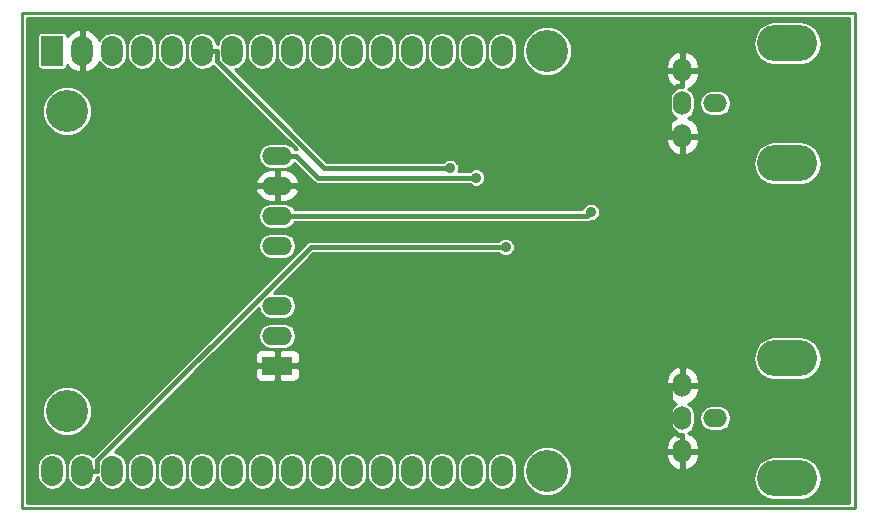
<source format=gtl>
G04 #@! TF.GenerationSoftware,KiCad,Pcbnew,6.0.0-rc1-unknown-d4e4359~66~ubuntu18.04.1*
G04 #@! TF.CreationDate,2018-09-17T12:26:01-04:00*
G04 #@! TF.ProjectId,dac_controller_3x2,6461635F636F6E74726F6C6C65725F33,1.0*
G04 #@! TF.SameCoordinates,Original*
G04 #@! TF.FileFunction,Copper,L1,Top,Signal*
G04 #@! TF.FilePolarity,Positive*
%FSLAX46Y46*%
G04 Gerber Fmt 4.6, Leading zero omitted, Abs format (unit mm)*
G04 Created by KiCad (PCBNEW 6.0.0-rc1-unknown-d4e4359~66~ubuntu18.04.1) date Mon Sep 17 12:26:01 2018*
%MOMM*%
%LPD*%
G01*
G04 APERTURE LIST*
G04 #@! TA.AperFunction,NonConductor*
%ADD10C,0.228600*%
G04 #@! TD*
G04 #@! TA.AperFunction,ComponentPad*
%ADD11C,3.556000*%
G04 #@! TD*
G04 #@! TA.AperFunction,ComponentPad*
%ADD12O,1.854200X2.540000*%
G04 #@! TD*
G04 #@! TA.AperFunction,ComponentPad*
%ADD13R,1.854200X2.540000*%
G04 #@! TD*
G04 #@! TA.AperFunction,ComponentPad*
%ADD14O,5.080000X3.048000*%
G04 #@! TD*
G04 #@! TA.AperFunction,ComponentPad*
%ADD15O,2.032000X1.524000*%
G04 #@! TD*
G04 #@! TA.AperFunction,ComponentPad*
%ADD16O,1.524000X2.032000*%
G04 #@! TD*
G04 #@! TA.AperFunction,ComponentPad*
%ADD17O,2.540000X1.524000*%
G04 #@! TD*
G04 #@! TA.AperFunction,ComponentPad*
%ADD18R,2.540000X1.524000*%
G04 #@! TD*
G04 #@! TA.AperFunction,ViaPad*
%ADD19C,0.889000*%
G04 #@! TD*
G04 #@! TA.AperFunction,Conductor*
%ADD20C,0.406400*%
G04 #@! TD*
G04 #@! TA.AperFunction,Conductor*
%ADD21C,0.254000*%
G04 #@! TD*
G04 APERTURE END LIST*
D10*
X156210000Y-67945000D02*
X85725000Y-67945000D01*
X156210000Y-109855000D02*
X156210000Y-67945000D01*
X85725000Y-109855000D02*
X156210000Y-109855000D01*
X85725000Y-67945000D02*
X85725000Y-109855000D01*
D11*
G04 #@! TO.P,MDB1,*
G04 #@! TO.N,*
X130175000Y-71120000D03*
X130175000Y-106680000D03*
X89535000Y-101600000D03*
X89535000Y-76200000D03*
D12*
G04 #@! TO.P,MDB1,AREF*
G04 #@! TO.N,N/C*
X88265000Y-106680000D03*
G04 #@! TO.P,MDB1,VEE*
G04 #@! TO.N,VEE*
X90805000Y-106680000D03*
G04 #@! TO.P,MDB1,AGND*
G04 #@! TO.N,N/C*
X93345000Y-106680000D03*
G04 #@! TO.P,MDB1,3V3*
X95885000Y-106680000D03*
G04 #@! TO.P,MDB1,23*
X98425000Y-106680000D03*
G04 #@! TO.P,MDB1,22*
X100965000Y-106680000D03*
G04 #@! TO.P,MDB1,21*
X103505000Y-106680000D03*
G04 #@! TO.P,MDB1,20*
X106045000Y-106680000D03*
G04 #@! TO.P,MDB1,19*
X108585000Y-106680000D03*
G04 #@! TO.P,MDB1,18*
X111125000Y-106680000D03*
G04 #@! TO.P,MDB1,17*
X113665000Y-106680000D03*
G04 #@! TO.P,MDB1,16*
X116205000Y-106680000D03*
G04 #@! TO.P,MDB1,15*
X118745000Y-106680000D03*
G04 #@! TO.P,MDB1,14*
X121285000Y-106680000D03*
G04 #@! TO.P,MDB1,13*
G04 #@! TO.N,/SCK*
X123825000Y-106680000D03*
G04 #@! TO.P,MDB1,DAC*
G04 #@! TO.N,N/C*
X126365000Y-106680000D03*
G04 #@! TO.P,MDB1,28*
X126365000Y-71120000D03*
G04 #@! TO.P,MDB1,12*
G04 #@! TO.N,/MISO*
X123825000Y-71120000D03*
G04 #@! TO.P,MDB1,11*
G04 #@! TO.N,/MOSI*
X121285000Y-71120000D03*
G04 #@! TO.P,MDB1,10*
G04 #@! TO.N,/CS*
X118745000Y-71120000D03*
G04 #@! TO.P,MDB1,9*
G04 #@! TO.N,N/C*
X116205000Y-71120000D03*
G04 #@! TO.P,MDB1,29*
X113665000Y-71120000D03*
G04 #@! TO.P,MDB1,30*
X111125000Y-71120000D03*
G04 #@! TO.P,MDB1,6*
X108585000Y-71120000D03*
G04 #@! TO.P,MDB1,5*
X106045000Y-71120000D03*
G04 #@! TO.P,MDB1,4*
G04 #@! TO.N,/CLR*
X103505000Y-71120000D03*
G04 #@! TO.P,MDB1,3*
G04 #@! TO.N,/LDAC*
X100965000Y-71120000D03*
G04 #@! TO.P,MDB1,2*
G04 #@! TO.N,N/C*
X98425000Y-71120000D03*
G04 #@! TO.P,MDB1,25*
X95885000Y-71120000D03*
D13*
G04 #@! TO.P,MDB1,VDD*
G04 #@! TO.N,VDD*
X88265000Y-71120000D03*
D12*
G04 #@! TO.P,MDB1,24*
G04 #@! TO.N,N/C*
X93345000Y-71120000D03*
G04 #@! TO.P,MDB1,GND*
G04 #@! TO.N,GND*
X90805000Y-71120000D03*
G04 #@! TD*
D14*
G04 #@! TO.P,P1,*
G04 #@! TO.N,*
X150495000Y-97155000D03*
X150495000Y-107315000D03*
D15*
G04 #@! TO.P,P1,1*
G04 #@! TO.N,/dac_3x2/DAC_0*
X144399000Y-102235000D03*
D16*
G04 #@! TO.P,P1,3*
G04 #@! TO.N,/dac_3x2/DAC_1*
X141605000Y-102235000D03*
G04 #@! TO.P,P1,2*
G04 #@! TO.N,GND*
X141605000Y-105029000D03*
G04 #@! TO.P,P1,4*
X141605000Y-99441000D03*
G04 #@! TD*
G04 #@! TO.P,P2,4*
G04 #@! TO.N,GND*
X141605000Y-72771000D03*
G04 #@! TO.P,P2,2*
X141605000Y-78359000D03*
G04 #@! TO.P,P2,3*
G04 #@! TO.N,/dac_3x2/DAC_3*
X141605000Y-75565000D03*
D15*
G04 #@! TO.P,P2,1*
G04 #@! TO.N,/dac_3x2/DAC_2*
X144399000Y-75565000D03*
D14*
G04 #@! TO.P,P2,*
G04 #@! TO.N,*
X150495000Y-80645000D03*
X150495000Y-70485000D03*
G04 #@! TD*
D17*
G04 #@! TO.P,REG1,2*
G04 #@! TO.N,VDD*
X107315000Y-95250000D03*
G04 #@! TO.P,REG1,3*
G04 #@! TO.N,N/C*
X107315000Y-92710000D03*
D18*
G04 #@! TO.P,REG1,1*
G04 #@! TO.N,GND*
X107315000Y-97790000D03*
D17*
G04 #@! TO.P,REG1,5*
G04 #@! TO.N,N/C*
X107315000Y-87630000D03*
G04 #@! TO.P,REG1,6*
G04 #@! TO.N,VDDA*
X107315000Y-85090000D03*
G04 #@! TO.P,REG1,7*
G04 #@! TO.N,GND*
X107315000Y-82550000D03*
G04 #@! TO.P,REG1,8*
G04 #@! TO.N,VSSA*
X107315000Y-80010000D03*
G04 #@! TD*
D19*
G04 #@! TO.N,GND*
X128048100Y-83247000D03*
G04 #@! TO.N,VEE*
X126650500Y-87731300D03*
G04 #@! TO.N,VDDA*
X133882700Y-84763500D03*
G04 #@! TO.N,VSSA*
X124168600Y-81866700D03*
G04 #@! TO.N,/LDAC*
X121920000Y-81070700D03*
G04 #@! TD*
D20*
G04 #@! TO.N,GND*
X107315000Y-82550000D02*
X108915200Y-82550000D01*
X108915200Y-82550000D02*
X109612200Y-83247000D01*
X109612200Y-83247000D02*
X128048100Y-83247000D01*
X141605000Y-73025000D02*
X141605000Y-74117200D01*
X141605000Y-74117200D02*
X141195300Y-74117200D01*
X141195300Y-74117200D02*
X140512800Y-74799700D01*
X140512800Y-74799700D02*
X140512800Y-78105000D01*
X141605000Y-78105000D02*
X140512800Y-78105000D01*
X135370800Y-83247000D02*
X140512800Y-78105000D01*
X135370800Y-83247000D02*
X135370800Y-94553000D01*
X135370800Y-94553000D02*
X140512800Y-99695000D01*
X128048100Y-83247000D02*
X135370800Y-83247000D01*
X141605000Y-104775000D02*
X141605000Y-103682800D01*
X140537800Y-99695000D02*
X140537800Y-102955100D01*
X140537800Y-102955100D02*
X141265500Y-103682800D01*
X141265500Y-103682800D02*
X141605000Y-103682800D01*
X140537800Y-99695000D02*
X140512800Y-99695000D01*
X140652500Y-99695000D02*
X140537800Y-99695000D01*
X141605000Y-99695000D02*
X140652500Y-99695000D01*
G04 #@! TO.N,VEE*
X90805000Y-106680000D02*
X92062300Y-106680000D01*
X126650500Y-87731300D02*
X110147100Y-87731300D01*
X110147100Y-87731300D02*
X92062300Y-105816100D01*
X92062300Y-105816100D02*
X92062300Y-106680000D01*
G04 #@! TO.N,VDDA*
X107315000Y-85090000D02*
X133556200Y-85090000D01*
X133556200Y-85090000D02*
X133882700Y-84763500D01*
G04 #@! TO.N,VSSA*
X107315000Y-80010000D02*
X108915200Y-80010000D01*
X108915200Y-80010000D02*
X110771900Y-81866700D01*
X110771900Y-81866700D02*
X124168600Y-81866700D01*
G04 #@! TO.N,/LDAC*
X100965000Y-71120000D02*
X102222300Y-71120000D01*
X121920000Y-81070700D02*
X111309100Y-81070700D01*
X111309100Y-81070700D02*
X102222300Y-71983900D01*
X102222300Y-71983900D02*
X102222300Y-71120000D01*
G04 #@! TD*
D21*
G04 #@! TO.N,GND*
G36*
X155765500Y-109410500D02*
X86169500Y-109410500D01*
X86169500Y-106213272D01*
X87007700Y-106213272D01*
X87007700Y-107146729D01*
X87080650Y-107513474D01*
X87358539Y-107929362D01*
X87774427Y-108207250D01*
X88265000Y-108304831D01*
X88755574Y-108207250D01*
X89171462Y-107929362D01*
X89449350Y-107513474D01*
X89522300Y-107146728D01*
X89522300Y-106213272D01*
X89547700Y-106213272D01*
X89547700Y-107146729D01*
X89620650Y-107513474D01*
X89898539Y-107929362D01*
X90314427Y-108207250D01*
X90805000Y-108304831D01*
X91295574Y-108207250D01*
X91711462Y-107929362D01*
X91989350Y-107513474D01*
X92047544Y-107220914D01*
X92062300Y-107223849D01*
X92101490Y-107216054D01*
X92160650Y-107513474D01*
X92438539Y-107929362D01*
X92854427Y-108207250D01*
X93345000Y-108304831D01*
X93835574Y-108207250D01*
X94251462Y-107929362D01*
X94529350Y-107513474D01*
X94602300Y-107146728D01*
X94602300Y-106213272D01*
X94627700Y-106213272D01*
X94627700Y-107146729D01*
X94700650Y-107513474D01*
X94978539Y-107929362D01*
X95394427Y-108207250D01*
X95885000Y-108304831D01*
X96375574Y-108207250D01*
X96791462Y-107929362D01*
X97069350Y-107513474D01*
X97142300Y-107146728D01*
X97142300Y-106213272D01*
X97167700Y-106213272D01*
X97167700Y-107146729D01*
X97240650Y-107513474D01*
X97518539Y-107929362D01*
X97934427Y-108207250D01*
X98425000Y-108304831D01*
X98915574Y-108207250D01*
X99331462Y-107929362D01*
X99609350Y-107513474D01*
X99682300Y-107146728D01*
X99682300Y-106213272D01*
X99707700Y-106213272D01*
X99707700Y-107146729D01*
X99780650Y-107513474D01*
X100058539Y-107929362D01*
X100474427Y-108207250D01*
X100965000Y-108304831D01*
X101455574Y-108207250D01*
X101871462Y-107929362D01*
X102149350Y-107513474D01*
X102222300Y-107146728D01*
X102222300Y-106213272D01*
X102247700Y-106213272D01*
X102247700Y-107146729D01*
X102320650Y-107513474D01*
X102598539Y-107929362D01*
X103014427Y-108207250D01*
X103505000Y-108304831D01*
X103995574Y-108207250D01*
X104411462Y-107929362D01*
X104689350Y-107513474D01*
X104762300Y-107146728D01*
X104762300Y-106213272D01*
X104787700Y-106213272D01*
X104787700Y-107146729D01*
X104860650Y-107513474D01*
X105138539Y-107929362D01*
X105554427Y-108207250D01*
X106045000Y-108304831D01*
X106535574Y-108207250D01*
X106951462Y-107929362D01*
X107229350Y-107513474D01*
X107302300Y-107146728D01*
X107302300Y-106213272D01*
X107327700Y-106213272D01*
X107327700Y-107146729D01*
X107400650Y-107513474D01*
X107678539Y-107929362D01*
X108094427Y-108207250D01*
X108585000Y-108304831D01*
X109075574Y-108207250D01*
X109491462Y-107929362D01*
X109769350Y-107513474D01*
X109842300Y-107146728D01*
X109842300Y-106213272D01*
X109867700Y-106213272D01*
X109867700Y-107146729D01*
X109940650Y-107513474D01*
X110218539Y-107929362D01*
X110634427Y-108207250D01*
X111125000Y-108304831D01*
X111615574Y-108207250D01*
X112031462Y-107929362D01*
X112309350Y-107513474D01*
X112382300Y-107146728D01*
X112382300Y-106213272D01*
X112407700Y-106213272D01*
X112407700Y-107146729D01*
X112480650Y-107513474D01*
X112758539Y-107929362D01*
X113174427Y-108207250D01*
X113665000Y-108304831D01*
X114155574Y-108207250D01*
X114571462Y-107929362D01*
X114849350Y-107513474D01*
X114922300Y-107146728D01*
X114922300Y-106213272D01*
X114947700Y-106213272D01*
X114947700Y-107146729D01*
X115020650Y-107513474D01*
X115298539Y-107929362D01*
X115714427Y-108207250D01*
X116205000Y-108304831D01*
X116695574Y-108207250D01*
X117111462Y-107929362D01*
X117389350Y-107513474D01*
X117462300Y-107146728D01*
X117462300Y-106213272D01*
X117487700Y-106213272D01*
X117487700Y-107146729D01*
X117560650Y-107513474D01*
X117838539Y-107929362D01*
X118254427Y-108207250D01*
X118745000Y-108304831D01*
X119235574Y-108207250D01*
X119651462Y-107929362D01*
X119929350Y-107513474D01*
X120002300Y-107146728D01*
X120002300Y-106213272D01*
X120027700Y-106213272D01*
X120027700Y-107146729D01*
X120100650Y-107513474D01*
X120378539Y-107929362D01*
X120794427Y-108207250D01*
X121285000Y-108304831D01*
X121775574Y-108207250D01*
X122191462Y-107929362D01*
X122469350Y-107513474D01*
X122542300Y-107146728D01*
X122542300Y-106213272D01*
X122567700Y-106213272D01*
X122567700Y-107146729D01*
X122640650Y-107513474D01*
X122918539Y-107929362D01*
X123334427Y-108207250D01*
X123825000Y-108304831D01*
X124315574Y-108207250D01*
X124731462Y-107929362D01*
X125009350Y-107513474D01*
X125082300Y-107146728D01*
X125082300Y-106213272D01*
X125107700Y-106213272D01*
X125107700Y-107146729D01*
X125180650Y-107513474D01*
X125458539Y-107929362D01*
X125874427Y-108207250D01*
X126365000Y-108304831D01*
X126855574Y-108207250D01*
X127271462Y-107929362D01*
X127549350Y-107513474D01*
X127622300Y-107146728D01*
X127622300Y-106260653D01*
X128066800Y-106260653D01*
X128066800Y-107099347D01*
X128387754Y-107874199D01*
X128980801Y-108467246D01*
X129755653Y-108788200D01*
X130594347Y-108788200D01*
X131369199Y-108467246D01*
X131962246Y-107874199D01*
X132193873Y-107315000D01*
X147588475Y-107315000D01*
X147732383Y-108038473D01*
X148142197Y-108651803D01*
X148755527Y-109061617D01*
X149296382Y-109169200D01*
X151693618Y-109169200D01*
X152234473Y-109061617D01*
X152847803Y-108651803D01*
X153257617Y-108038473D01*
X153401525Y-107315000D01*
X153257617Y-106591527D01*
X152847803Y-105978197D01*
X152234473Y-105568383D01*
X151693618Y-105460800D01*
X149296382Y-105460800D01*
X148755527Y-105568383D01*
X148142197Y-105978197D01*
X147732383Y-106591527D01*
X147588475Y-107315000D01*
X132193873Y-107315000D01*
X132283200Y-107099347D01*
X132283200Y-106260653D01*
X131962246Y-105485801D01*
X131632445Y-105156000D01*
X140208000Y-105156000D01*
X140208000Y-105410000D01*
X140362941Y-105934941D01*
X140706974Y-106360630D01*
X141187723Y-106622260D01*
X141261930Y-106637220D01*
X141478000Y-106514720D01*
X141478000Y-105156000D01*
X141732000Y-105156000D01*
X141732000Y-106514720D01*
X141948070Y-106637220D01*
X142022277Y-106622260D01*
X142503026Y-106360630D01*
X142847059Y-105934941D01*
X143002000Y-105410000D01*
X143002000Y-105156000D01*
X141732000Y-105156000D01*
X141478000Y-105156000D01*
X140208000Y-105156000D01*
X131632445Y-105156000D01*
X131369199Y-104892754D01*
X130594347Y-104571800D01*
X129755653Y-104571800D01*
X128980801Y-104892754D01*
X128387754Y-105485801D01*
X128066800Y-106260653D01*
X127622300Y-106260653D01*
X127622300Y-106213271D01*
X127549350Y-105846526D01*
X127271462Y-105430638D01*
X126855573Y-105152750D01*
X126365000Y-105055169D01*
X125874426Y-105152750D01*
X125458538Y-105430638D01*
X125180650Y-105846527D01*
X125107700Y-106213272D01*
X125082300Y-106213272D01*
X125082300Y-106213271D01*
X125009350Y-105846526D01*
X124731462Y-105430638D01*
X124315573Y-105152750D01*
X123825000Y-105055169D01*
X123334426Y-105152750D01*
X122918538Y-105430638D01*
X122640650Y-105846527D01*
X122567700Y-106213272D01*
X122542300Y-106213272D01*
X122542300Y-106213271D01*
X122469350Y-105846526D01*
X122191462Y-105430638D01*
X121775573Y-105152750D01*
X121285000Y-105055169D01*
X120794426Y-105152750D01*
X120378538Y-105430638D01*
X120100650Y-105846527D01*
X120027700Y-106213272D01*
X120002300Y-106213272D01*
X120002300Y-106213271D01*
X119929350Y-105846526D01*
X119651462Y-105430638D01*
X119235573Y-105152750D01*
X118745000Y-105055169D01*
X118254426Y-105152750D01*
X117838538Y-105430638D01*
X117560650Y-105846527D01*
X117487700Y-106213272D01*
X117462300Y-106213272D01*
X117462300Y-106213271D01*
X117389350Y-105846526D01*
X117111462Y-105430638D01*
X116695573Y-105152750D01*
X116205000Y-105055169D01*
X115714426Y-105152750D01*
X115298538Y-105430638D01*
X115020650Y-105846527D01*
X114947700Y-106213272D01*
X114922300Y-106213272D01*
X114922300Y-106213271D01*
X114849350Y-105846526D01*
X114571462Y-105430638D01*
X114155573Y-105152750D01*
X113665000Y-105055169D01*
X113174426Y-105152750D01*
X112758538Y-105430638D01*
X112480650Y-105846527D01*
X112407700Y-106213272D01*
X112382300Y-106213272D01*
X112382300Y-106213271D01*
X112309350Y-105846526D01*
X112031462Y-105430638D01*
X111615573Y-105152750D01*
X111125000Y-105055169D01*
X110634426Y-105152750D01*
X110218538Y-105430638D01*
X109940650Y-105846527D01*
X109867700Y-106213272D01*
X109842300Y-106213272D01*
X109842300Y-106213271D01*
X109769350Y-105846526D01*
X109491462Y-105430638D01*
X109075573Y-105152750D01*
X108585000Y-105055169D01*
X108094426Y-105152750D01*
X107678538Y-105430638D01*
X107400650Y-105846527D01*
X107327700Y-106213272D01*
X107302300Y-106213272D01*
X107302300Y-106213271D01*
X107229350Y-105846526D01*
X106951462Y-105430638D01*
X106535573Y-105152750D01*
X106045000Y-105055169D01*
X105554426Y-105152750D01*
X105138538Y-105430638D01*
X104860650Y-105846527D01*
X104787700Y-106213272D01*
X104762300Y-106213272D01*
X104762300Y-106213271D01*
X104689350Y-105846526D01*
X104411462Y-105430638D01*
X103995573Y-105152750D01*
X103505000Y-105055169D01*
X103014426Y-105152750D01*
X102598538Y-105430638D01*
X102320650Y-105846527D01*
X102247700Y-106213272D01*
X102222300Y-106213272D01*
X102222300Y-106213271D01*
X102149350Y-105846526D01*
X101871462Y-105430638D01*
X101455573Y-105152750D01*
X100965000Y-105055169D01*
X100474426Y-105152750D01*
X100058538Y-105430638D01*
X99780650Y-105846527D01*
X99707700Y-106213272D01*
X99682300Y-106213272D01*
X99682300Y-106213271D01*
X99609350Y-105846526D01*
X99331462Y-105430638D01*
X98915573Y-105152750D01*
X98425000Y-105055169D01*
X97934426Y-105152750D01*
X97518538Y-105430638D01*
X97240650Y-105846527D01*
X97167700Y-106213272D01*
X97142300Y-106213272D01*
X97142300Y-106213271D01*
X97069350Y-105846526D01*
X96791462Y-105430638D01*
X96375573Y-105152750D01*
X95885000Y-105055169D01*
X95394426Y-105152750D01*
X94978538Y-105430638D01*
X94700650Y-105846527D01*
X94627700Y-106213272D01*
X94602300Y-106213272D01*
X94602300Y-106213271D01*
X94529350Y-105846526D01*
X94251462Y-105430638D01*
X93835573Y-105152750D01*
X93538985Y-105093755D01*
X99064740Y-99568000D01*
X140208000Y-99568000D01*
X140208000Y-99822000D01*
X140362941Y-100346941D01*
X140706974Y-100772630D01*
X141115122Y-100994750D01*
X140817569Y-101193568D01*
X140576171Y-101554845D01*
X140512800Y-101873431D01*
X140512800Y-102596568D01*
X140576171Y-102915154D01*
X140817568Y-103276432D01*
X141115122Y-103475251D01*
X140706974Y-103697370D01*
X140362941Y-104123059D01*
X140208000Y-104648000D01*
X140208000Y-104902000D01*
X141478000Y-104902000D01*
X141478000Y-104882000D01*
X141732000Y-104882000D01*
X141732000Y-104902000D01*
X143002000Y-104902000D01*
X143002000Y-104648000D01*
X142847059Y-104123059D01*
X142503026Y-103697370D01*
X142094878Y-103475250D01*
X142392432Y-103276432D01*
X142633829Y-102915155D01*
X142697200Y-102596569D01*
X142697200Y-102235000D01*
X143031403Y-102235000D01*
X143116171Y-102661155D01*
X143357568Y-103022432D01*
X143718845Y-103263829D01*
X144037431Y-103327200D01*
X144760569Y-103327200D01*
X145079155Y-103263829D01*
X145440432Y-103022432D01*
X145681829Y-102661155D01*
X145766597Y-102235000D01*
X145681829Y-101808845D01*
X145440432Y-101447568D01*
X145079155Y-101206171D01*
X144760569Y-101142800D01*
X144037431Y-101142800D01*
X143718845Y-101206171D01*
X143357568Y-101447568D01*
X143116171Y-101808845D01*
X143031403Y-102235000D01*
X142697200Y-102235000D01*
X142697200Y-101873432D01*
X142633829Y-101554846D01*
X142392432Y-101193568D01*
X142094878Y-100994749D01*
X142503026Y-100772630D01*
X142847059Y-100346941D01*
X143002000Y-99822000D01*
X143002000Y-99568000D01*
X141732000Y-99568000D01*
X141732000Y-99588000D01*
X141478000Y-99588000D01*
X141478000Y-99568000D01*
X140208000Y-99568000D01*
X99064740Y-99568000D01*
X100556991Y-98075750D01*
X105410000Y-98075750D01*
X105410000Y-98678309D01*
X105506673Y-98911698D01*
X105685301Y-99090327D01*
X105918690Y-99187000D01*
X107029250Y-99187000D01*
X107188000Y-99028250D01*
X107188000Y-97917000D01*
X107442000Y-97917000D01*
X107442000Y-99028250D01*
X107600750Y-99187000D01*
X108711310Y-99187000D01*
X108944699Y-99090327D01*
X108975025Y-99060000D01*
X140208000Y-99060000D01*
X140208000Y-99314000D01*
X141478000Y-99314000D01*
X141478000Y-97955280D01*
X141732000Y-97955280D01*
X141732000Y-99314000D01*
X143002000Y-99314000D01*
X143002000Y-99060000D01*
X142847059Y-98535059D01*
X142503026Y-98109370D01*
X142022277Y-97847740D01*
X141948070Y-97832780D01*
X141732000Y-97955280D01*
X141478000Y-97955280D01*
X141261930Y-97832780D01*
X141187723Y-97847740D01*
X140706974Y-98109370D01*
X140362941Y-98535059D01*
X140208000Y-99060000D01*
X108975025Y-99060000D01*
X109123327Y-98911698D01*
X109220000Y-98678309D01*
X109220000Y-98075750D01*
X109061250Y-97917000D01*
X107442000Y-97917000D01*
X107188000Y-97917000D01*
X105568750Y-97917000D01*
X105410000Y-98075750D01*
X100556991Y-98075750D01*
X101731050Y-96901691D01*
X105410000Y-96901691D01*
X105410000Y-97504250D01*
X105568750Y-97663000D01*
X107188000Y-97663000D01*
X107188000Y-96551750D01*
X107442000Y-96551750D01*
X107442000Y-97663000D01*
X109061250Y-97663000D01*
X109220000Y-97504250D01*
X109220000Y-97155000D01*
X147588475Y-97155000D01*
X147732383Y-97878473D01*
X148142197Y-98491803D01*
X148755527Y-98901617D01*
X149296382Y-99009200D01*
X151693618Y-99009200D01*
X152234473Y-98901617D01*
X152847803Y-98491803D01*
X153257617Y-97878473D01*
X153401525Y-97155000D01*
X153257617Y-96431527D01*
X152847803Y-95818197D01*
X152234473Y-95408383D01*
X151693618Y-95300800D01*
X149296382Y-95300800D01*
X148755527Y-95408383D01*
X148142197Y-95818197D01*
X147732383Y-96431527D01*
X147588475Y-97155000D01*
X109220000Y-97155000D01*
X109220000Y-96901691D01*
X109123327Y-96668302D01*
X108944699Y-96489673D01*
X108711310Y-96393000D01*
X107600750Y-96393000D01*
X107442000Y-96551750D01*
X107188000Y-96551750D01*
X107029250Y-96393000D01*
X105918690Y-96393000D01*
X105685301Y-96489673D01*
X105506673Y-96668302D01*
X105410000Y-96901691D01*
X101731050Y-96901691D01*
X103382741Y-95250000D01*
X105693403Y-95250000D01*
X105778171Y-95676155D01*
X106019568Y-96037432D01*
X106380845Y-96278829D01*
X106699431Y-96342200D01*
X107930569Y-96342200D01*
X108249155Y-96278829D01*
X108610432Y-96037432D01*
X108851829Y-95676155D01*
X108936597Y-95250000D01*
X108851829Y-94823845D01*
X108610432Y-94462568D01*
X108249155Y-94221171D01*
X107930569Y-94157800D01*
X106699431Y-94157800D01*
X106380845Y-94221171D01*
X106019568Y-94462568D01*
X105778171Y-94823845D01*
X105693403Y-95250000D01*
X103382741Y-95250000D01*
X105731453Y-92901289D01*
X105778171Y-93136155D01*
X106019568Y-93497432D01*
X106380845Y-93738829D01*
X106699431Y-93802200D01*
X107930569Y-93802200D01*
X108249155Y-93738829D01*
X108610432Y-93497432D01*
X108851829Y-93136155D01*
X108936597Y-92710000D01*
X108851829Y-92283845D01*
X108610432Y-91922568D01*
X108249155Y-91681171D01*
X107930569Y-91617800D01*
X107014942Y-91617800D01*
X110368042Y-88264700D01*
X126088309Y-88264700D01*
X126211668Y-88388059D01*
X126496403Y-88506000D01*
X126804597Y-88506000D01*
X127089332Y-88388059D01*
X127307259Y-88170132D01*
X127425200Y-87885397D01*
X127425200Y-87577203D01*
X127307259Y-87292468D01*
X127089332Y-87074541D01*
X126804597Y-86956600D01*
X126496403Y-86956600D01*
X126211668Y-87074541D01*
X126088309Y-87197900D01*
X110199625Y-87197900D01*
X110147099Y-87187452D01*
X110094573Y-87197900D01*
X110094569Y-87197900D01*
X109938978Y-87228849D01*
X109938976Y-87228850D01*
X109938977Y-87228850D01*
X109807073Y-87316985D01*
X109807071Y-87316987D01*
X109762541Y-87346741D01*
X109732787Y-87391271D01*
X91722277Y-105401783D01*
X91695277Y-105419824D01*
X91295573Y-105152750D01*
X90805000Y-105055169D01*
X90314426Y-105152750D01*
X89898538Y-105430638D01*
X89620650Y-105846527D01*
X89547700Y-106213272D01*
X89522300Y-106213272D01*
X89522300Y-106213271D01*
X89449350Y-105846526D01*
X89171462Y-105430638D01*
X88755573Y-105152750D01*
X88265000Y-105055169D01*
X87774426Y-105152750D01*
X87358538Y-105430638D01*
X87080650Y-105846527D01*
X87007700Y-106213272D01*
X86169500Y-106213272D01*
X86169500Y-101180653D01*
X87426800Y-101180653D01*
X87426800Y-102019347D01*
X87747754Y-102794199D01*
X88340801Y-103387246D01*
X89115653Y-103708200D01*
X89954347Y-103708200D01*
X90729199Y-103387246D01*
X91322246Y-102794199D01*
X91643200Y-102019347D01*
X91643200Y-101180653D01*
X91322246Y-100405801D01*
X90729199Y-99812754D01*
X89954347Y-99491800D01*
X89115653Y-99491800D01*
X88340801Y-99812754D01*
X87747754Y-100405801D01*
X87426800Y-101180653D01*
X86169500Y-101180653D01*
X86169500Y-87630000D01*
X105693403Y-87630000D01*
X105778171Y-88056155D01*
X106019568Y-88417432D01*
X106380845Y-88658829D01*
X106699431Y-88722200D01*
X107930569Y-88722200D01*
X108249155Y-88658829D01*
X108610432Y-88417432D01*
X108851829Y-88056155D01*
X108936597Y-87630000D01*
X108851829Y-87203845D01*
X108610432Y-86842568D01*
X108249155Y-86601171D01*
X107930569Y-86537800D01*
X106699431Y-86537800D01*
X106380845Y-86601171D01*
X106019568Y-86842568D01*
X105778171Y-87203845D01*
X105693403Y-87630000D01*
X86169500Y-87630000D01*
X86169500Y-85090000D01*
X105693403Y-85090000D01*
X105778171Y-85516155D01*
X106019568Y-85877432D01*
X106380845Y-86118829D01*
X106699431Y-86182200D01*
X107930569Y-86182200D01*
X108249155Y-86118829D01*
X108610432Y-85877432D01*
X108780170Y-85623400D01*
X133503674Y-85623400D01*
X133556200Y-85633848D01*
X133608726Y-85623400D01*
X133608731Y-85623400D01*
X133764322Y-85592451D01*
X133845514Y-85538200D01*
X134036797Y-85538200D01*
X134321532Y-85420259D01*
X134539459Y-85202332D01*
X134657400Y-84917597D01*
X134657400Y-84609403D01*
X134539459Y-84324668D01*
X134321532Y-84106741D01*
X134036797Y-83988800D01*
X133728603Y-83988800D01*
X133443868Y-84106741D01*
X133225941Y-84324668D01*
X133129872Y-84556600D01*
X108780170Y-84556600D01*
X108610432Y-84302568D01*
X108249155Y-84061171D01*
X107930569Y-83997800D01*
X106699431Y-83997800D01*
X106380845Y-84061171D01*
X106019568Y-84302568D01*
X105778171Y-84663845D01*
X105693403Y-85090000D01*
X86169500Y-85090000D01*
X86169500Y-82893070D01*
X105452780Y-82893070D01*
X105467740Y-82967277D01*
X105729370Y-83448026D01*
X106155059Y-83792059D01*
X106680000Y-83947000D01*
X107188000Y-83947000D01*
X107188000Y-82677000D01*
X107442000Y-82677000D01*
X107442000Y-83947000D01*
X107950000Y-83947000D01*
X108474941Y-83792059D01*
X108900630Y-83448026D01*
X109162260Y-82967277D01*
X109177220Y-82893070D01*
X109054720Y-82677000D01*
X107442000Y-82677000D01*
X107188000Y-82677000D01*
X105575280Y-82677000D01*
X105452780Y-82893070D01*
X86169500Y-82893070D01*
X86169500Y-82206930D01*
X105452780Y-82206930D01*
X105575280Y-82423000D01*
X107188000Y-82423000D01*
X107188000Y-81153000D01*
X107442000Y-81153000D01*
X107442000Y-82423000D01*
X109054720Y-82423000D01*
X109177220Y-82206930D01*
X109162260Y-82132723D01*
X108900630Y-81651974D01*
X108474941Y-81307941D01*
X107950000Y-81153000D01*
X107442000Y-81153000D01*
X107188000Y-81153000D01*
X106680000Y-81153000D01*
X106155059Y-81307941D01*
X105729370Y-81651974D01*
X105467740Y-82132723D01*
X105452780Y-82206930D01*
X86169500Y-82206930D01*
X86169500Y-75780653D01*
X87426800Y-75780653D01*
X87426800Y-76619347D01*
X87747754Y-77394199D01*
X88340801Y-77987246D01*
X89115653Y-78308200D01*
X89954347Y-78308200D01*
X90729199Y-77987246D01*
X91322246Y-77394199D01*
X91643200Y-76619347D01*
X91643200Y-75780653D01*
X91322246Y-75005801D01*
X90729199Y-74412754D01*
X89954347Y-74091800D01*
X89115653Y-74091800D01*
X88340801Y-74412754D01*
X87747754Y-75005801D01*
X87426800Y-75780653D01*
X86169500Y-75780653D01*
X86169500Y-69850000D01*
X87001231Y-69850000D01*
X87001231Y-72390000D01*
X87026858Y-72518838D01*
X87099839Y-72628061D01*
X87209062Y-72701042D01*
X87337900Y-72726669D01*
X89192100Y-72726669D01*
X89320938Y-72701042D01*
X89430161Y-72628061D01*
X89503142Y-72518838D01*
X89528769Y-72390000D01*
X89528769Y-72327366D01*
X89790231Y-72657273D01*
X90324542Y-72954692D01*
X90436006Y-72980793D01*
X90678000Y-72860492D01*
X90678000Y-71247000D01*
X90658000Y-71247000D01*
X90658000Y-70993000D01*
X90678000Y-70993000D01*
X90678000Y-69379508D01*
X90932000Y-69379508D01*
X90932000Y-70993000D01*
X90952000Y-70993000D01*
X90952000Y-71247000D01*
X90932000Y-71247000D01*
X90932000Y-72860492D01*
X91173994Y-72980793D01*
X91285458Y-72954692D01*
X91819769Y-72657273D01*
X92199591Y-72178022D01*
X92232794Y-72061445D01*
X92438539Y-72369362D01*
X92854427Y-72647250D01*
X93345000Y-72744831D01*
X93835574Y-72647250D01*
X94251462Y-72369362D01*
X94529350Y-71953474D01*
X94602300Y-71586728D01*
X94602300Y-70653272D01*
X94627700Y-70653272D01*
X94627700Y-71586729D01*
X94700650Y-71953474D01*
X94978539Y-72369362D01*
X95394427Y-72647250D01*
X95885000Y-72744831D01*
X96375574Y-72647250D01*
X96791462Y-72369362D01*
X97069350Y-71953474D01*
X97142300Y-71586728D01*
X97142300Y-70653272D01*
X97167700Y-70653272D01*
X97167700Y-71586729D01*
X97240650Y-71953474D01*
X97518539Y-72369362D01*
X97934427Y-72647250D01*
X98425000Y-72744831D01*
X98915574Y-72647250D01*
X99331462Y-72369362D01*
X99609350Y-71953474D01*
X99682300Y-71586728D01*
X99682300Y-70653272D01*
X99707700Y-70653272D01*
X99707700Y-71586729D01*
X99780650Y-71953474D01*
X100058539Y-72369362D01*
X100474427Y-72647250D01*
X100965000Y-72744831D01*
X101455574Y-72647250D01*
X101855277Y-72380176D01*
X101882277Y-72398217D01*
X108958905Y-79474845D01*
X108915200Y-79466152D01*
X108862674Y-79476600D01*
X108780170Y-79476600D01*
X108610432Y-79222568D01*
X108249155Y-78981171D01*
X107930569Y-78917800D01*
X106699431Y-78917800D01*
X106380845Y-78981171D01*
X106019568Y-79222568D01*
X105778171Y-79583845D01*
X105693403Y-80010000D01*
X105778171Y-80436155D01*
X106019568Y-80797432D01*
X106380845Y-81038829D01*
X106699431Y-81102200D01*
X107930569Y-81102200D01*
X108249155Y-81038829D01*
X108610432Y-80797432D01*
X108745759Y-80594900D01*
X110357584Y-82206725D01*
X110387341Y-82251259D01*
X110563778Y-82369151D01*
X110719369Y-82400100D01*
X110719373Y-82400100D01*
X110771899Y-82410548D01*
X110824425Y-82400100D01*
X123606409Y-82400100D01*
X123729768Y-82523459D01*
X124014503Y-82641400D01*
X124322697Y-82641400D01*
X124607432Y-82523459D01*
X124825359Y-82305532D01*
X124943300Y-82020797D01*
X124943300Y-81712603D01*
X124825359Y-81427868D01*
X124607432Y-81209941D01*
X124322697Y-81092000D01*
X124014503Y-81092000D01*
X123729768Y-81209941D01*
X123606409Y-81333300D01*
X122649757Y-81333300D01*
X122694700Y-81224797D01*
X122694700Y-80916603D01*
X122582199Y-80645000D01*
X147588475Y-80645000D01*
X147732383Y-81368473D01*
X148142197Y-81981803D01*
X148755527Y-82391617D01*
X149296382Y-82499200D01*
X151693618Y-82499200D01*
X152234473Y-82391617D01*
X152847803Y-81981803D01*
X153257617Y-81368473D01*
X153401525Y-80645000D01*
X153257617Y-79921527D01*
X152847803Y-79308197D01*
X152234473Y-78898383D01*
X151693618Y-78790800D01*
X149296382Y-78790800D01*
X148755527Y-78898383D01*
X148142197Y-79308197D01*
X147732383Y-79921527D01*
X147588475Y-80645000D01*
X122582199Y-80645000D01*
X122576759Y-80631868D01*
X122358832Y-80413941D01*
X122074097Y-80296000D01*
X121765903Y-80296000D01*
X121481168Y-80413941D01*
X121357809Y-80537300D01*
X111530041Y-80537300D01*
X109478741Y-78486000D01*
X140208000Y-78486000D01*
X140208000Y-78740000D01*
X140362941Y-79264941D01*
X140706974Y-79690630D01*
X141187723Y-79952260D01*
X141261930Y-79967220D01*
X141478000Y-79844720D01*
X141478000Y-78486000D01*
X141732000Y-78486000D01*
X141732000Y-79844720D01*
X141948070Y-79967220D01*
X142022277Y-79952260D01*
X142503026Y-79690630D01*
X142847059Y-79264941D01*
X143002000Y-78740000D01*
X143002000Y-78486000D01*
X141732000Y-78486000D01*
X141478000Y-78486000D01*
X140208000Y-78486000D01*
X109478741Y-78486000D01*
X103698985Y-72706245D01*
X103995574Y-72647250D01*
X104411462Y-72369362D01*
X104689350Y-71953474D01*
X104762300Y-71586728D01*
X104762300Y-70653272D01*
X104787700Y-70653272D01*
X104787700Y-71586729D01*
X104860650Y-71953474D01*
X105138539Y-72369362D01*
X105554427Y-72647250D01*
X106045000Y-72744831D01*
X106535574Y-72647250D01*
X106951462Y-72369362D01*
X107229350Y-71953474D01*
X107302300Y-71586728D01*
X107302300Y-70653272D01*
X107327700Y-70653272D01*
X107327700Y-71586729D01*
X107400650Y-71953474D01*
X107678539Y-72369362D01*
X108094427Y-72647250D01*
X108585000Y-72744831D01*
X109075574Y-72647250D01*
X109491462Y-72369362D01*
X109769350Y-71953474D01*
X109842300Y-71586728D01*
X109842300Y-70653272D01*
X109867700Y-70653272D01*
X109867700Y-71586729D01*
X109940650Y-71953474D01*
X110218539Y-72369362D01*
X110634427Y-72647250D01*
X111125000Y-72744831D01*
X111615574Y-72647250D01*
X112031462Y-72369362D01*
X112309350Y-71953474D01*
X112382300Y-71586728D01*
X112382300Y-70653272D01*
X112407700Y-70653272D01*
X112407700Y-71586729D01*
X112480650Y-71953474D01*
X112758539Y-72369362D01*
X113174427Y-72647250D01*
X113665000Y-72744831D01*
X114155574Y-72647250D01*
X114571462Y-72369362D01*
X114849350Y-71953474D01*
X114922300Y-71586728D01*
X114922300Y-70653272D01*
X114947700Y-70653272D01*
X114947700Y-71586729D01*
X115020650Y-71953474D01*
X115298539Y-72369362D01*
X115714427Y-72647250D01*
X116205000Y-72744831D01*
X116695574Y-72647250D01*
X117111462Y-72369362D01*
X117389350Y-71953474D01*
X117462300Y-71586728D01*
X117462300Y-70653272D01*
X117487700Y-70653272D01*
X117487700Y-71586729D01*
X117560650Y-71953474D01*
X117838539Y-72369362D01*
X118254427Y-72647250D01*
X118745000Y-72744831D01*
X119235574Y-72647250D01*
X119651462Y-72369362D01*
X119929350Y-71953474D01*
X120002300Y-71586728D01*
X120002300Y-70653272D01*
X120027700Y-70653272D01*
X120027700Y-71586729D01*
X120100650Y-71953474D01*
X120378539Y-72369362D01*
X120794427Y-72647250D01*
X121285000Y-72744831D01*
X121775574Y-72647250D01*
X122191462Y-72369362D01*
X122469350Y-71953474D01*
X122542300Y-71586728D01*
X122542300Y-70653272D01*
X122567700Y-70653272D01*
X122567700Y-71586729D01*
X122640650Y-71953474D01*
X122918539Y-72369362D01*
X123334427Y-72647250D01*
X123825000Y-72744831D01*
X124315574Y-72647250D01*
X124731462Y-72369362D01*
X125009350Y-71953474D01*
X125082300Y-71586728D01*
X125082300Y-70653272D01*
X125107700Y-70653272D01*
X125107700Y-71586729D01*
X125180650Y-71953474D01*
X125458539Y-72369362D01*
X125874427Y-72647250D01*
X126365000Y-72744831D01*
X126855574Y-72647250D01*
X127271462Y-72369362D01*
X127549350Y-71953474D01*
X127622300Y-71586728D01*
X127622300Y-70700653D01*
X128066800Y-70700653D01*
X128066800Y-71539347D01*
X128387754Y-72314199D01*
X128980801Y-72907246D01*
X129755653Y-73228200D01*
X130594347Y-73228200D01*
X131369199Y-72907246D01*
X131378445Y-72898000D01*
X140208000Y-72898000D01*
X140208000Y-73152000D01*
X140362941Y-73676941D01*
X140706974Y-74102630D01*
X141115122Y-74324750D01*
X140817569Y-74523568D01*
X140576171Y-74884845D01*
X140512800Y-75203431D01*
X140512800Y-75926568D01*
X140576171Y-76245154D01*
X140817568Y-76606432D01*
X141115122Y-76805251D01*
X140706974Y-77027370D01*
X140362941Y-77453059D01*
X140208000Y-77978000D01*
X140208000Y-78232000D01*
X141478000Y-78232000D01*
X141478000Y-78212000D01*
X141732000Y-78212000D01*
X141732000Y-78232000D01*
X143002000Y-78232000D01*
X143002000Y-77978000D01*
X142847059Y-77453059D01*
X142503026Y-77027370D01*
X142094878Y-76805250D01*
X142392432Y-76606432D01*
X142633829Y-76245155D01*
X142697200Y-75926569D01*
X142697200Y-75565000D01*
X143031403Y-75565000D01*
X143116171Y-75991155D01*
X143357568Y-76352432D01*
X143718845Y-76593829D01*
X144037431Y-76657200D01*
X144760569Y-76657200D01*
X145079155Y-76593829D01*
X145440432Y-76352432D01*
X145681829Y-75991155D01*
X145766597Y-75565000D01*
X145681829Y-75138845D01*
X145440432Y-74777568D01*
X145079155Y-74536171D01*
X144760569Y-74472800D01*
X144037431Y-74472800D01*
X143718845Y-74536171D01*
X143357568Y-74777568D01*
X143116171Y-75138845D01*
X143031403Y-75565000D01*
X142697200Y-75565000D01*
X142697200Y-75203432D01*
X142633829Y-74884846D01*
X142392432Y-74523568D01*
X142094878Y-74324749D01*
X142503026Y-74102630D01*
X142847059Y-73676941D01*
X143002000Y-73152000D01*
X143002000Y-72898000D01*
X141732000Y-72898000D01*
X141732000Y-72918000D01*
X141478000Y-72918000D01*
X141478000Y-72898000D01*
X140208000Y-72898000D01*
X131378445Y-72898000D01*
X131886445Y-72390000D01*
X140208000Y-72390000D01*
X140208000Y-72644000D01*
X141478000Y-72644000D01*
X141478000Y-71285280D01*
X141732000Y-71285280D01*
X141732000Y-72644000D01*
X143002000Y-72644000D01*
X143002000Y-72390000D01*
X142847059Y-71865059D01*
X142503026Y-71439370D01*
X142022277Y-71177740D01*
X141948070Y-71162780D01*
X141732000Y-71285280D01*
X141478000Y-71285280D01*
X141261930Y-71162780D01*
X141187723Y-71177740D01*
X140706974Y-71439370D01*
X140362941Y-71865059D01*
X140208000Y-72390000D01*
X131886445Y-72390000D01*
X131962246Y-72314199D01*
X132283200Y-71539347D01*
X132283200Y-70700653D01*
X132193874Y-70485000D01*
X147588475Y-70485000D01*
X147732383Y-71208473D01*
X148142197Y-71821803D01*
X148755527Y-72231617D01*
X149296382Y-72339200D01*
X151693618Y-72339200D01*
X152234473Y-72231617D01*
X152847803Y-71821803D01*
X153257617Y-71208473D01*
X153401525Y-70485000D01*
X153257617Y-69761527D01*
X152847803Y-69148197D01*
X152234473Y-68738383D01*
X151693618Y-68630800D01*
X149296382Y-68630800D01*
X148755527Y-68738383D01*
X148142197Y-69148197D01*
X147732383Y-69761527D01*
X147588475Y-70485000D01*
X132193874Y-70485000D01*
X131962246Y-69925801D01*
X131369199Y-69332754D01*
X130594347Y-69011800D01*
X129755653Y-69011800D01*
X128980801Y-69332754D01*
X128387754Y-69925801D01*
X128066800Y-70700653D01*
X127622300Y-70700653D01*
X127622300Y-70653271D01*
X127549350Y-70286526D01*
X127271462Y-69870638D01*
X126855573Y-69592750D01*
X126365000Y-69495169D01*
X125874426Y-69592750D01*
X125458538Y-69870638D01*
X125180650Y-70286527D01*
X125107700Y-70653272D01*
X125082300Y-70653272D01*
X125082300Y-70653271D01*
X125009350Y-70286526D01*
X124731462Y-69870638D01*
X124315573Y-69592750D01*
X123825000Y-69495169D01*
X123334426Y-69592750D01*
X122918538Y-69870638D01*
X122640650Y-70286527D01*
X122567700Y-70653272D01*
X122542300Y-70653272D01*
X122542300Y-70653271D01*
X122469350Y-70286526D01*
X122191462Y-69870638D01*
X121775573Y-69592750D01*
X121285000Y-69495169D01*
X120794426Y-69592750D01*
X120378538Y-69870638D01*
X120100650Y-70286527D01*
X120027700Y-70653272D01*
X120002300Y-70653272D01*
X120002300Y-70653271D01*
X119929350Y-70286526D01*
X119651462Y-69870638D01*
X119235573Y-69592750D01*
X118745000Y-69495169D01*
X118254426Y-69592750D01*
X117838538Y-69870638D01*
X117560650Y-70286527D01*
X117487700Y-70653272D01*
X117462300Y-70653272D01*
X117462300Y-70653271D01*
X117389350Y-70286526D01*
X117111462Y-69870638D01*
X116695573Y-69592750D01*
X116205000Y-69495169D01*
X115714426Y-69592750D01*
X115298538Y-69870638D01*
X115020650Y-70286527D01*
X114947700Y-70653272D01*
X114922300Y-70653272D01*
X114922300Y-70653271D01*
X114849350Y-70286526D01*
X114571462Y-69870638D01*
X114155573Y-69592750D01*
X113665000Y-69495169D01*
X113174426Y-69592750D01*
X112758538Y-69870638D01*
X112480650Y-70286527D01*
X112407700Y-70653272D01*
X112382300Y-70653272D01*
X112382300Y-70653271D01*
X112309350Y-70286526D01*
X112031462Y-69870638D01*
X111615573Y-69592750D01*
X111125000Y-69495169D01*
X110634426Y-69592750D01*
X110218538Y-69870638D01*
X109940650Y-70286527D01*
X109867700Y-70653272D01*
X109842300Y-70653272D01*
X109842300Y-70653271D01*
X109769350Y-70286526D01*
X109491462Y-69870638D01*
X109075573Y-69592750D01*
X108585000Y-69495169D01*
X108094426Y-69592750D01*
X107678538Y-69870638D01*
X107400650Y-70286527D01*
X107327700Y-70653272D01*
X107302300Y-70653272D01*
X107302300Y-70653271D01*
X107229350Y-70286526D01*
X106951462Y-69870638D01*
X106535573Y-69592750D01*
X106045000Y-69495169D01*
X105554426Y-69592750D01*
X105138538Y-69870638D01*
X104860650Y-70286527D01*
X104787700Y-70653272D01*
X104762300Y-70653272D01*
X104762300Y-70653271D01*
X104689350Y-70286526D01*
X104411462Y-69870638D01*
X103995573Y-69592750D01*
X103505000Y-69495169D01*
X103014426Y-69592750D01*
X102598538Y-69870638D01*
X102320650Y-70286527D01*
X102261490Y-70583946D01*
X102222300Y-70576151D01*
X102207544Y-70579086D01*
X102149350Y-70286526D01*
X101871462Y-69870638D01*
X101455573Y-69592750D01*
X100965000Y-69495169D01*
X100474426Y-69592750D01*
X100058538Y-69870638D01*
X99780650Y-70286527D01*
X99707700Y-70653272D01*
X99682300Y-70653272D01*
X99682300Y-70653271D01*
X99609350Y-70286526D01*
X99331462Y-69870638D01*
X98915573Y-69592750D01*
X98425000Y-69495169D01*
X97934426Y-69592750D01*
X97518538Y-69870638D01*
X97240650Y-70286527D01*
X97167700Y-70653272D01*
X97142300Y-70653272D01*
X97142300Y-70653271D01*
X97069350Y-70286526D01*
X96791462Y-69870638D01*
X96375573Y-69592750D01*
X95885000Y-69495169D01*
X95394426Y-69592750D01*
X94978538Y-69870638D01*
X94700650Y-70286527D01*
X94627700Y-70653272D01*
X94602300Y-70653272D01*
X94602300Y-70653271D01*
X94529350Y-70286526D01*
X94251462Y-69870638D01*
X93835573Y-69592750D01*
X93345000Y-69495169D01*
X92854426Y-69592750D01*
X92438538Y-69870638D01*
X92232794Y-70178555D01*
X92199591Y-70061978D01*
X91819769Y-69582727D01*
X91285458Y-69285308D01*
X91173994Y-69259207D01*
X90932000Y-69379508D01*
X90678000Y-69379508D01*
X90436006Y-69259207D01*
X90324542Y-69285308D01*
X89790231Y-69582727D01*
X89528769Y-69912634D01*
X89528769Y-69850000D01*
X89503142Y-69721162D01*
X89430161Y-69611939D01*
X89320938Y-69538958D01*
X89192100Y-69513331D01*
X87337900Y-69513331D01*
X87209062Y-69538958D01*
X87099839Y-69611939D01*
X87026858Y-69721162D01*
X87001231Y-69850000D01*
X86169500Y-69850000D01*
X86169500Y-68389500D01*
X155765501Y-68389500D01*
X155765500Y-109410500D01*
X155765500Y-109410500D01*
G37*
X155765500Y-109410500D02*
X86169500Y-109410500D01*
X86169500Y-106213272D01*
X87007700Y-106213272D01*
X87007700Y-107146729D01*
X87080650Y-107513474D01*
X87358539Y-107929362D01*
X87774427Y-108207250D01*
X88265000Y-108304831D01*
X88755574Y-108207250D01*
X89171462Y-107929362D01*
X89449350Y-107513474D01*
X89522300Y-107146728D01*
X89522300Y-106213272D01*
X89547700Y-106213272D01*
X89547700Y-107146729D01*
X89620650Y-107513474D01*
X89898539Y-107929362D01*
X90314427Y-108207250D01*
X90805000Y-108304831D01*
X91295574Y-108207250D01*
X91711462Y-107929362D01*
X91989350Y-107513474D01*
X92047544Y-107220914D01*
X92062300Y-107223849D01*
X92101490Y-107216054D01*
X92160650Y-107513474D01*
X92438539Y-107929362D01*
X92854427Y-108207250D01*
X93345000Y-108304831D01*
X93835574Y-108207250D01*
X94251462Y-107929362D01*
X94529350Y-107513474D01*
X94602300Y-107146728D01*
X94602300Y-106213272D01*
X94627700Y-106213272D01*
X94627700Y-107146729D01*
X94700650Y-107513474D01*
X94978539Y-107929362D01*
X95394427Y-108207250D01*
X95885000Y-108304831D01*
X96375574Y-108207250D01*
X96791462Y-107929362D01*
X97069350Y-107513474D01*
X97142300Y-107146728D01*
X97142300Y-106213272D01*
X97167700Y-106213272D01*
X97167700Y-107146729D01*
X97240650Y-107513474D01*
X97518539Y-107929362D01*
X97934427Y-108207250D01*
X98425000Y-108304831D01*
X98915574Y-108207250D01*
X99331462Y-107929362D01*
X99609350Y-107513474D01*
X99682300Y-107146728D01*
X99682300Y-106213272D01*
X99707700Y-106213272D01*
X99707700Y-107146729D01*
X99780650Y-107513474D01*
X100058539Y-107929362D01*
X100474427Y-108207250D01*
X100965000Y-108304831D01*
X101455574Y-108207250D01*
X101871462Y-107929362D01*
X102149350Y-107513474D01*
X102222300Y-107146728D01*
X102222300Y-106213272D01*
X102247700Y-106213272D01*
X102247700Y-107146729D01*
X102320650Y-107513474D01*
X102598539Y-107929362D01*
X103014427Y-108207250D01*
X103505000Y-108304831D01*
X103995574Y-108207250D01*
X104411462Y-107929362D01*
X104689350Y-107513474D01*
X104762300Y-107146728D01*
X104762300Y-106213272D01*
X104787700Y-106213272D01*
X104787700Y-107146729D01*
X104860650Y-107513474D01*
X105138539Y-107929362D01*
X105554427Y-108207250D01*
X106045000Y-108304831D01*
X106535574Y-108207250D01*
X106951462Y-107929362D01*
X107229350Y-107513474D01*
X107302300Y-107146728D01*
X107302300Y-106213272D01*
X107327700Y-106213272D01*
X107327700Y-107146729D01*
X107400650Y-107513474D01*
X107678539Y-107929362D01*
X108094427Y-108207250D01*
X108585000Y-108304831D01*
X109075574Y-108207250D01*
X109491462Y-107929362D01*
X109769350Y-107513474D01*
X109842300Y-107146728D01*
X109842300Y-106213272D01*
X109867700Y-106213272D01*
X109867700Y-107146729D01*
X109940650Y-107513474D01*
X110218539Y-107929362D01*
X110634427Y-108207250D01*
X111125000Y-108304831D01*
X111615574Y-108207250D01*
X112031462Y-107929362D01*
X112309350Y-107513474D01*
X112382300Y-107146728D01*
X112382300Y-106213272D01*
X112407700Y-106213272D01*
X112407700Y-107146729D01*
X112480650Y-107513474D01*
X112758539Y-107929362D01*
X113174427Y-108207250D01*
X113665000Y-108304831D01*
X114155574Y-108207250D01*
X114571462Y-107929362D01*
X114849350Y-107513474D01*
X114922300Y-107146728D01*
X114922300Y-106213272D01*
X114947700Y-106213272D01*
X114947700Y-107146729D01*
X115020650Y-107513474D01*
X115298539Y-107929362D01*
X115714427Y-108207250D01*
X116205000Y-108304831D01*
X116695574Y-108207250D01*
X117111462Y-107929362D01*
X117389350Y-107513474D01*
X117462300Y-107146728D01*
X117462300Y-106213272D01*
X117487700Y-106213272D01*
X117487700Y-107146729D01*
X117560650Y-107513474D01*
X117838539Y-107929362D01*
X118254427Y-108207250D01*
X118745000Y-108304831D01*
X119235574Y-108207250D01*
X119651462Y-107929362D01*
X119929350Y-107513474D01*
X120002300Y-107146728D01*
X120002300Y-106213272D01*
X120027700Y-106213272D01*
X120027700Y-107146729D01*
X120100650Y-107513474D01*
X120378539Y-107929362D01*
X120794427Y-108207250D01*
X121285000Y-108304831D01*
X121775574Y-108207250D01*
X122191462Y-107929362D01*
X122469350Y-107513474D01*
X122542300Y-107146728D01*
X122542300Y-106213272D01*
X122567700Y-106213272D01*
X122567700Y-107146729D01*
X122640650Y-107513474D01*
X122918539Y-107929362D01*
X123334427Y-108207250D01*
X123825000Y-108304831D01*
X124315574Y-108207250D01*
X124731462Y-107929362D01*
X125009350Y-107513474D01*
X125082300Y-107146728D01*
X125082300Y-106213272D01*
X125107700Y-106213272D01*
X125107700Y-107146729D01*
X125180650Y-107513474D01*
X125458539Y-107929362D01*
X125874427Y-108207250D01*
X126365000Y-108304831D01*
X126855574Y-108207250D01*
X127271462Y-107929362D01*
X127549350Y-107513474D01*
X127622300Y-107146728D01*
X127622300Y-106260653D01*
X128066800Y-106260653D01*
X128066800Y-107099347D01*
X128387754Y-107874199D01*
X128980801Y-108467246D01*
X129755653Y-108788200D01*
X130594347Y-108788200D01*
X131369199Y-108467246D01*
X131962246Y-107874199D01*
X132193873Y-107315000D01*
X147588475Y-107315000D01*
X147732383Y-108038473D01*
X148142197Y-108651803D01*
X148755527Y-109061617D01*
X149296382Y-109169200D01*
X151693618Y-109169200D01*
X152234473Y-109061617D01*
X152847803Y-108651803D01*
X153257617Y-108038473D01*
X153401525Y-107315000D01*
X153257617Y-106591527D01*
X152847803Y-105978197D01*
X152234473Y-105568383D01*
X151693618Y-105460800D01*
X149296382Y-105460800D01*
X148755527Y-105568383D01*
X148142197Y-105978197D01*
X147732383Y-106591527D01*
X147588475Y-107315000D01*
X132193873Y-107315000D01*
X132283200Y-107099347D01*
X132283200Y-106260653D01*
X131962246Y-105485801D01*
X131632445Y-105156000D01*
X140208000Y-105156000D01*
X140208000Y-105410000D01*
X140362941Y-105934941D01*
X140706974Y-106360630D01*
X141187723Y-106622260D01*
X141261930Y-106637220D01*
X141478000Y-106514720D01*
X141478000Y-105156000D01*
X141732000Y-105156000D01*
X141732000Y-106514720D01*
X141948070Y-106637220D01*
X142022277Y-106622260D01*
X142503026Y-106360630D01*
X142847059Y-105934941D01*
X143002000Y-105410000D01*
X143002000Y-105156000D01*
X141732000Y-105156000D01*
X141478000Y-105156000D01*
X140208000Y-105156000D01*
X131632445Y-105156000D01*
X131369199Y-104892754D01*
X130594347Y-104571800D01*
X129755653Y-104571800D01*
X128980801Y-104892754D01*
X128387754Y-105485801D01*
X128066800Y-106260653D01*
X127622300Y-106260653D01*
X127622300Y-106213271D01*
X127549350Y-105846526D01*
X127271462Y-105430638D01*
X126855573Y-105152750D01*
X126365000Y-105055169D01*
X125874426Y-105152750D01*
X125458538Y-105430638D01*
X125180650Y-105846527D01*
X125107700Y-106213272D01*
X125082300Y-106213272D01*
X125082300Y-106213271D01*
X125009350Y-105846526D01*
X124731462Y-105430638D01*
X124315573Y-105152750D01*
X123825000Y-105055169D01*
X123334426Y-105152750D01*
X122918538Y-105430638D01*
X122640650Y-105846527D01*
X122567700Y-106213272D01*
X122542300Y-106213272D01*
X122542300Y-106213271D01*
X122469350Y-105846526D01*
X122191462Y-105430638D01*
X121775573Y-105152750D01*
X121285000Y-105055169D01*
X120794426Y-105152750D01*
X120378538Y-105430638D01*
X120100650Y-105846527D01*
X120027700Y-106213272D01*
X120002300Y-106213272D01*
X120002300Y-106213271D01*
X119929350Y-105846526D01*
X119651462Y-105430638D01*
X119235573Y-105152750D01*
X118745000Y-105055169D01*
X118254426Y-105152750D01*
X117838538Y-105430638D01*
X117560650Y-105846527D01*
X117487700Y-106213272D01*
X117462300Y-106213272D01*
X117462300Y-106213271D01*
X117389350Y-105846526D01*
X117111462Y-105430638D01*
X116695573Y-105152750D01*
X116205000Y-105055169D01*
X115714426Y-105152750D01*
X115298538Y-105430638D01*
X115020650Y-105846527D01*
X114947700Y-106213272D01*
X114922300Y-106213272D01*
X114922300Y-106213271D01*
X114849350Y-105846526D01*
X114571462Y-105430638D01*
X114155573Y-105152750D01*
X113665000Y-105055169D01*
X113174426Y-105152750D01*
X112758538Y-105430638D01*
X112480650Y-105846527D01*
X112407700Y-106213272D01*
X112382300Y-106213272D01*
X112382300Y-106213271D01*
X112309350Y-105846526D01*
X112031462Y-105430638D01*
X111615573Y-105152750D01*
X111125000Y-105055169D01*
X110634426Y-105152750D01*
X110218538Y-105430638D01*
X109940650Y-105846527D01*
X109867700Y-106213272D01*
X109842300Y-106213272D01*
X109842300Y-106213271D01*
X109769350Y-105846526D01*
X109491462Y-105430638D01*
X109075573Y-105152750D01*
X108585000Y-105055169D01*
X108094426Y-105152750D01*
X107678538Y-105430638D01*
X107400650Y-105846527D01*
X107327700Y-106213272D01*
X107302300Y-106213272D01*
X107302300Y-106213271D01*
X107229350Y-105846526D01*
X106951462Y-105430638D01*
X106535573Y-105152750D01*
X106045000Y-105055169D01*
X105554426Y-105152750D01*
X105138538Y-105430638D01*
X104860650Y-105846527D01*
X104787700Y-106213272D01*
X104762300Y-106213272D01*
X104762300Y-106213271D01*
X104689350Y-105846526D01*
X104411462Y-105430638D01*
X103995573Y-105152750D01*
X103505000Y-105055169D01*
X103014426Y-105152750D01*
X102598538Y-105430638D01*
X102320650Y-105846527D01*
X102247700Y-106213272D01*
X102222300Y-106213272D01*
X102222300Y-106213271D01*
X102149350Y-105846526D01*
X101871462Y-105430638D01*
X101455573Y-105152750D01*
X100965000Y-105055169D01*
X100474426Y-105152750D01*
X100058538Y-105430638D01*
X99780650Y-105846527D01*
X99707700Y-106213272D01*
X99682300Y-106213272D01*
X99682300Y-106213271D01*
X99609350Y-105846526D01*
X99331462Y-105430638D01*
X98915573Y-105152750D01*
X98425000Y-105055169D01*
X97934426Y-105152750D01*
X97518538Y-105430638D01*
X97240650Y-105846527D01*
X97167700Y-106213272D01*
X97142300Y-106213272D01*
X97142300Y-106213271D01*
X97069350Y-105846526D01*
X96791462Y-105430638D01*
X96375573Y-105152750D01*
X95885000Y-105055169D01*
X95394426Y-105152750D01*
X94978538Y-105430638D01*
X94700650Y-105846527D01*
X94627700Y-106213272D01*
X94602300Y-106213272D01*
X94602300Y-106213271D01*
X94529350Y-105846526D01*
X94251462Y-105430638D01*
X93835573Y-105152750D01*
X93538985Y-105093755D01*
X99064740Y-99568000D01*
X140208000Y-99568000D01*
X140208000Y-99822000D01*
X140362941Y-100346941D01*
X140706974Y-100772630D01*
X141115122Y-100994750D01*
X140817569Y-101193568D01*
X140576171Y-101554845D01*
X140512800Y-101873431D01*
X140512800Y-102596568D01*
X140576171Y-102915154D01*
X140817568Y-103276432D01*
X141115122Y-103475251D01*
X140706974Y-103697370D01*
X140362941Y-104123059D01*
X140208000Y-104648000D01*
X140208000Y-104902000D01*
X141478000Y-104902000D01*
X141478000Y-104882000D01*
X141732000Y-104882000D01*
X141732000Y-104902000D01*
X143002000Y-104902000D01*
X143002000Y-104648000D01*
X142847059Y-104123059D01*
X142503026Y-103697370D01*
X142094878Y-103475250D01*
X142392432Y-103276432D01*
X142633829Y-102915155D01*
X142697200Y-102596569D01*
X142697200Y-102235000D01*
X143031403Y-102235000D01*
X143116171Y-102661155D01*
X143357568Y-103022432D01*
X143718845Y-103263829D01*
X144037431Y-103327200D01*
X144760569Y-103327200D01*
X145079155Y-103263829D01*
X145440432Y-103022432D01*
X145681829Y-102661155D01*
X145766597Y-102235000D01*
X145681829Y-101808845D01*
X145440432Y-101447568D01*
X145079155Y-101206171D01*
X144760569Y-101142800D01*
X144037431Y-101142800D01*
X143718845Y-101206171D01*
X143357568Y-101447568D01*
X143116171Y-101808845D01*
X143031403Y-102235000D01*
X142697200Y-102235000D01*
X142697200Y-101873432D01*
X142633829Y-101554846D01*
X142392432Y-101193568D01*
X142094878Y-100994749D01*
X142503026Y-100772630D01*
X142847059Y-100346941D01*
X143002000Y-99822000D01*
X143002000Y-99568000D01*
X141732000Y-99568000D01*
X141732000Y-99588000D01*
X141478000Y-99588000D01*
X141478000Y-99568000D01*
X140208000Y-99568000D01*
X99064740Y-99568000D01*
X100556991Y-98075750D01*
X105410000Y-98075750D01*
X105410000Y-98678309D01*
X105506673Y-98911698D01*
X105685301Y-99090327D01*
X105918690Y-99187000D01*
X107029250Y-99187000D01*
X107188000Y-99028250D01*
X107188000Y-97917000D01*
X107442000Y-97917000D01*
X107442000Y-99028250D01*
X107600750Y-99187000D01*
X108711310Y-99187000D01*
X108944699Y-99090327D01*
X108975025Y-99060000D01*
X140208000Y-99060000D01*
X140208000Y-99314000D01*
X141478000Y-99314000D01*
X141478000Y-97955280D01*
X141732000Y-97955280D01*
X141732000Y-99314000D01*
X143002000Y-99314000D01*
X143002000Y-99060000D01*
X142847059Y-98535059D01*
X142503026Y-98109370D01*
X142022277Y-97847740D01*
X141948070Y-97832780D01*
X141732000Y-97955280D01*
X141478000Y-97955280D01*
X141261930Y-97832780D01*
X141187723Y-97847740D01*
X140706974Y-98109370D01*
X140362941Y-98535059D01*
X140208000Y-99060000D01*
X108975025Y-99060000D01*
X109123327Y-98911698D01*
X109220000Y-98678309D01*
X109220000Y-98075750D01*
X109061250Y-97917000D01*
X107442000Y-97917000D01*
X107188000Y-97917000D01*
X105568750Y-97917000D01*
X105410000Y-98075750D01*
X100556991Y-98075750D01*
X101731050Y-96901691D01*
X105410000Y-96901691D01*
X105410000Y-97504250D01*
X105568750Y-97663000D01*
X107188000Y-97663000D01*
X107188000Y-96551750D01*
X107442000Y-96551750D01*
X107442000Y-97663000D01*
X109061250Y-97663000D01*
X109220000Y-97504250D01*
X109220000Y-97155000D01*
X147588475Y-97155000D01*
X147732383Y-97878473D01*
X148142197Y-98491803D01*
X148755527Y-98901617D01*
X149296382Y-99009200D01*
X151693618Y-99009200D01*
X152234473Y-98901617D01*
X152847803Y-98491803D01*
X153257617Y-97878473D01*
X153401525Y-97155000D01*
X153257617Y-96431527D01*
X152847803Y-95818197D01*
X152234473Y-95408383D01*
X151693618Y-95300800D01*
X149296382Y-95300800D01*
X148755527Y-95408383D01*
X148142197Y-95818197D01*
X147732383Y-96431527D01*
X147588475Y-97155000D01*
X109220000Y-97155000D01*
X109220000Y-96901691D01*
X109123327Y-96668302D01*
X108944699Y-96489673D01*
X108711310Y-96393000D01*
X107600750Y-96393000D01*
X107442000Y-96551750D01*
X107188000Y-96551750D01*
X107029250Y-96393000D01*
X105918690Y-96393000D01*
X105685301Y-96489673D01*
X105506673Y-96668302D01*
X105410000Y-96901691D01*
X101731050Y-96901691D01*
X103382741Y-95250000D01*
X105693403Y-95250000D01*
X105778171Y-95676155D01*
X106019568Y-96037432D01*
X106380845Y-96278829D01*
X106699431Y-96342200D01*
X107930569Y-96342200D01*
X108249155Y-96278829D01*
X108610432Y-96037432D01*
X108851829Y-95676155D01*
X108936597Y-95250000D01*
X108851829Y-94823845D01*
X108610432Y-94462568D01*
X108249155Y-94221171D01*
X107930569Y-94157800D01*
X106699431Y-94157800D01*
X106380845Y-94221171D01*
X106019568Y-94462568D01*
X105778171Y-94823845D01*
X105693403Y-95250000D01*
X103382741Y-95250000D01*
X105731453Y-92901289D01*
X105778171Y-93136155D01*
X106019568Y-93497432D01*
X106380845Y-93738829D01*
X106699431Y-93802200D01*
X107930569Y-93802200D01*
X108249155Y-93738829D01*
X108610432Y-93497432D01*
X108851829Y-93136155D01*
X108936597Y-92710000D01*
X108851829Y-92283845D01*
X108610432Y-91922568D01*
X108249155Y-91681171D01*
X107930569Y-91617800D01*
X107014942Y-91617800D01*
X110368042Y-88264700D01*
X126088309Y-88264700D01*
X126211668Y-88388059D01*
X126496403Y-88506000D01*
X126804597Y-88506000D01*
X127089332Y-88388059D01*
X127307259Y-88170132D01*
X127425200Y-87885397D01*
X127425200Y-87577203D01*
X127307259Y-87292468D01*
X127089332Y-87074541D01*
X126804597Y-86956600D01*
X126496403Y-86956600D01*
X126211668Y-87074541D01*
X126088309Y-87197900D01*
X110199625Y-87197900D01*
X110147099Y-87187452D01*
X110094573Y-87197900D01*
X110094569Y-87197900D01*
X109938978Y-87228849D01*
X109938976Y-87228850D01*
X109938977Y-87228850D01*
X109807073Y-87316985D01*
X109807071Y-87316987D01*
X109762541Y-87346741D01*
X109732787Y-87391271D01*
X91722277Y-105401783D01*
X91695277Y-105419824D01*
X91295573Y-105152750D01*
X90805000Y-105055169D01*
X90314426Y-105152750D01*
X89898538Y-105430638D01*
X89620650Y-105846527D01*
X89547700Y-106213272D01*
X89522300Y-106213272D01*
X89522300Y-106213271D01*
X89449350Y-105846526D01*
X89171462Y-105430638D01*
X88755573Y-105152750D01*
X88265000Y-105055169D01*
X87774426Y-105152750D01*
X87358538Y-105430638D01*
X87080650Y-105846527D01*
X87007700Y-106213272D01*
X86169500Y-106213272D01*
X86169500Y-101180653D01*
X87426800Y-101180653D01*
X87426800Y-102019347D01*
X87747754Y-102794199D01*
X88340801Y-103387246D01*
X89115653Y-103708200D01*
X89954347Y-103708200D01*
X90729199Y-103387246D01*
X91322246Y-102794199D01*
X91643200Y-102019347D01*
X91643200Y-101180653D01*
X91322246Y-100405801D01*
X90729199Y-99812754D01*
X89954347Y-99491800D01*
X89115653Y-99491800D01*
X88340801Y-99812754D01*
X87747754Y-100405801D01*
X87426800Y-101180653D01*
X86169500Y-101180653D01*
X86169500Y-87630000D01*
X105693403Y-87630000D01*
X105778171Y-88056155D01*
X106019568Y-88417432D01*
X106380845Y-88658829D01*
X106699431Y-88722200D01*
X107930569Y-88722200D01*
X108249155Y-88658829D01*
X108610432Y-88417432D01*
X108851829Y-88056155D01*
X108936597Y-87630000D01*
X108851829Y-87203845D01*
X108610432Y-86842568D01*
X108249155Y-86601171D01*
X107930569Y-86537800D01*
X106699431Y-86537800D01*
X106380845Y-86601171D01*
X106019568Y-86842568D01*
X105778171Y-87203845D01*
X105693403Y-87630000D01*
X86169500Y-87630000D01*
X86169500Y-85090000D01*
X105693403Y-85090000D01*
X105778171Y-85516155D01*
X106019568Y-85877432D01*
X106380845Y-86118829D01*
X106699431Y-86182200D01*
X107930569Y-86182200D01*
X108249155Y-86118829D01*
X108610432Y-85877432D01*
X108780170Y-85623400D01*
X133503674Y-85623400D01*
X133556200Y-85633848D01*
X133608726Y-85623400D01*
X133608731Y-85623400D01*
X133764322Y-85592451D01*
X133845514Y-85538200D01*
X134036797Y-85538200D01*
X134321532Y-85420259D01*
X134539459Y-85202332D01*
X134657400Y-84917597D01*
X134657400Y-84609403D01*
X134539459Y-84324668D01*
X134321532Y-84106741D01*
X134036797Y-83988800D01*
X133728603Y-83988800D01*
X133443868Y-84106741D01*
X133225941Y-84324668D01*
X133129872Y-84556600D01*
X108780170Y-84556600D01*
X108610432Y-84302568D01*
X108249155Y-84061171D01*
X107930569Y-83997800D01*
X106699431Y-83997800D01*
X106380845Y-84061171D01*
X106019568Y-84302568D01*
X105778171Y-84663845D01*
X105693403Y-85090000D01*
X86169500Y-85090000D01*
X86169500Y-82893070D01*
X105452780Y-82893070D01*
X105467740Y-82967277D01*
X105729370Y-83448026D01*
X106155059Y-83792059D01*
X106680000Y-83947000D01*
X107188000Y-83947000D01*
X107188000Y-82677000D01*
X107442000Y-82677000D01*
X107442000Y-83947000D01*
X107950000Y-83947000D01*
X108474941Y-83792059D01*
X108900630Y-83448026D01*
X109162260Y-82967277D01*
X109177220Y-82893070D01*
X109054720Y-82677000D01*
X107442000Y-82677000D01*
X107188000Y-82677000D01*
X105575280Y-82677000D01*
X105452780Y-82893070D01*
X86169500Y-82893070D01*
X86169500Y-82206930D01*
X105452780Y-82206930D01*
X105575280Y-82423000D01*
X107188000Y-82423000D01*
X107188000Y-81153000D01*
X107442000Y-81153000D01*
X107442000Y-82423000D01*
X109054720Y-82423000D01*
X109177220Y-82206930D01*
X109162260Y-82132723D01*
X108900630Y-81651974D01*
X108474941Y-81307941D01*
X107950000Y-81153000D01*
X107442000Y-81153000D01*
X107188000Y-81153000D01*
X106680000Y-81153000D01*
X106155059Y-81307941D01*
X105729370Y-81651974D01*
X105467740Y-82132723D01*
X105452780Y-82206930D01*
X86169500Y-82206930D01*
X86169500Y-75780653D01*
X87426800Y-75780653D01*
X87426800Y-76619347D01*
X87747754Y-77394199D01*
X88340801Y-77987246D01*
X89115653Y-78308200D01*
X89954347Y-78308200D01*
X90729199Y-77987246D01*
X91322246Y-77394199D01*
X91643200Y-76619347D01*
X91643200Y-75780653D01*
X91322246Y-75005801D01*
X90729199Y-74412754D01*
X89954347Y-74091800D01*
X89115653Y-74091800D01*
X88340801Y-74412754D01*
X87747754Y-75005801D01*
X87426800Y-75780653D01*
X86169500Y-75780653D01*
X86169500Y-69850000D01*
X87001231Y-69850000D01*
X87001231Y-72390000D01*
X87026858Y-72518838D01*
X87099839Y-72628061D01*
X87209062Y-72701042D01*
X87337900Y-72726669D01*
X89192100Y-72726669D01*
X89320938Y-72701042D01*
X89430161Y-72628061D01*
X89503142Y-72518838D01*
X89528769Y-72390000D01*
X89528769Y-72327366D01*
X89790231Y-72657273D01*
X90324542Y-72954692D01*
X90436006Y-72980793D01*
X90678000Y-72860492D01*
X90678000Y-71247000D01*
X90658000Y-71247000D01*
X90658000Y-70993000D01*
X90678000Y-70993000D01*
X90678000Y-69379508D01*
X90932000Y-69379508D01*
X90932000Y-70993000D01*
X90952000Y-70993000D01*
X90952000Y-71247000D01*
X90932000Y-71247000D01*
X90932000Y-72860492D01*
X91173994Y-72980793D01*
X91285458Y-72954692D01*
X91819769Y-72657273D01*
X92199591Y-72178022D01*
X92232794Y-72061445D01*
X92438539Y-72369362D01*
X92854427Y-72647250D01*
X93345000Y-72744831D01*
X93835574Y-72647250D01*
X94251462Y-72369362D01*
X94529350Y-71953474D01*
X94602300Y-71586728D01*
X94602300Y-70653272D01*
X94627700Y-70653272D01*
X94627700Y-71586729D01*
X94700650Y-71953474D01*
X94978539Y-72369362D01*
X95394427Y-72647250D01*
X95885000Y-72744831D01*
X96375574Y-72647250D01*
X96791462Y-72369362D01*
X97069350Y-71953474D01*
X97142300Y-71586728D01*
X97142300Y-70653272D01*
X97167700Y-70653272D01*
X97167700Y-71586729D01*
X97240650Y-71953474D01*
X97518539Y-72369362D01*
X97934427Y-72647250D01*
X98425000Y-72744831D01*
X98915574Y-72647250D01*
X99331462Y-72369362D01*
X99609350Y-71953474D01*
X99682300Y-71586728D01*
X99682300Y-70653272D01*
X99707700Y-70653272D01*
X99707700Y-71586729D01*
X99780650Y-71953474D01*
X100058539Y-72369362D01*
X100474427Y-72647250D01*
X100965000Y-72744831D01*
X101455574Y-72647250D01*
X101855277Y-72380176D01*
X101882277Y-72398217D01*
X108958905Y-79474845D01*
X108915200Y-79466152D01*
X108862674Y-79476600D01*
X108780170Y-79476600D01*
X108610432Y-79222568D01*
X108249155Y-78981171D01*
X107930569Y-78917800D01*
X106699431Y-78917800D01*
X106380845Y-78981171D01*
X106019568Y-79222568D01*
X105778171Y-79583845D01*
X105693403Y-80010000D01*
X105778171Y-80436155D01*
X106019568Y-80797432D01*
X106380845Y-81038829D01*
X106699431Y-81102200D01*
X107930569Y-81102200D01*
X108249155Y-81038829D01*
X108610432Y-80797432D01*
X108745759Y-80594900D01*
X110357584Y-82206725D01*
X110387341Y-82251259D01*
X110563778Y-82369151D01*
X110719369Y-82400100D01*
X110719373Y-82400100D01*
X110771899Y-82410548D01*
X110824425Y-82400100D01*
X123606409Y-82400100D01*
X123729768Y-82523459D01*
X124014503Y-82641400D01*
X124322697Y-82641400D01*
X124607432Y-82523459D01*
X124825359Y-82305532D01*
X124943300Y-82020797D01*
X124943300Y-81712603D01*
X124825359Y-81427868D01*
X124607432Y-81209941D01*
X124322697Y-81092000D01*
X124014503Y-81092000D01*
X123729768Y-81209941D01*
X123606409Y-81333300D01*
X122649757Y-81333300D01*
X122694700Y-81224797D01*
X122694700Y-80916603D01*
X122582199Y-80645000D01*
X147588475Y-80645000D01*
X147732383Y-81368473D01*
X148142197Y-81981803D01*
X148755527Y-82391617D01*
X149296382Y-82499200D01*
X151693618Y-82499200D01*
X152234473Y-82391617D01*
X152847803Y-81981803D01*
X153257617Y-81368473D01*
X153401525Y-80645000D01*
X153257617Y-79921527D01*
X152847803Y-79308197D01*
X152234473Y-78898383D01*
X151693618Y-78790800D01*
X149296382Y-78790800D01*
X148755527Y-78898383D01*
X148142197Y-79308197D01*
X147732383Y-79921527D01*
X147588475Y-80645000D01*
X122582199Y-80645000D01*
X122576759Y-80631868D01*
X122358832Y-80413941D01*
X122074097Y-80296000D01*
X121765903Y-80296000D01*
X121481168Y-80413941D01*
X121357809Y-80537300D01*
X111530041Y-80537300D01*
X109478741Y-78486000D01*
X140208000Y-78486000D01*
X140208000Y-78740000D01*
X140362941Y-79264941D01*
X140706974Y-79690630D01*
X141187723Y-79952260D01*
X141261930Y-79967220D01*
X141478000Y-79844720D01*
X141478000Y-78486000D01*
X141732000Y-78486000D01*
X141732000Y-79844720D01*
X141948070Y-79967220D01*
X142022277Y-79952260D01*
X142503026Y-79690630D01*
X142847059Y-79264941D01*
X143002000Y-78740000D01*
X143002000Y-78486000D01*
X141732000Y-78486000D01*
X141478000Y-78486000D01*
X140208000Y-78486000D01*
X109478741Y-78486000D01*
X103698985Y-72706245D01*
X103995574Y-72647250D01*
X104411462Y-72369362D01*
X104689350Y-71953474D01*
X104762300Y-71586728D01*
X104762300Y-70653272D01*
X104787700Y-70653272D01*
X104787700Y-71586729D01*
X104860650Y-71953474D01*
X105138539Y-72369362D01*
X105554427Y-72647250D01*
X106045000Y-72744831D01*
X106535574Y-72647250D01*
X106951462Y-72369362D01*
X107229350Y-71953474D01*
X107302300Y-71586728D01*
X107302300Y-70653272D01*
X107327700Y-70653272D01*
X107327700Y-71586729D01*
X107400650Y-71953474D01*
X107678539Y-72369362D01*
X108094427Y-72647250D01*
X108585000Y-72744831D01*
X109075574Y-72647250D01*
X109491462Y-72369362D01*
X109769350Y-71953474D01*
X109842300Y-71586728D01*
X109842300Y-70653272D01*
X109867700Y-70653272D01*
X109867700Y-71586729D01*
X109940650Y-71953474D01*
X110218539Y-72369362D01*
X110634427Y-72647250D01*
X111125000Y-72744831D01*
X111615574Y-72647250D01*
X112031462Y-72369362D01*
X112309350Y-71953474D01*
X112382300Y-71586728D01*
X112382300Y-70653272D01*
X112407700Y-70653272D01*
X112407700Y-71586729D01*
X112480650Y-71953474D01*
X112758539Y-72369362D01*
X113174427Y-72647250D01*
X113665000Y-72744831D01*
X114155574Y-72647250D01*
X114571462Y-72369362D01*
X114849350Y-71953474D01*
X114922300Y-71586728D01*
X114922300Y-70653272D01*
X114947700Y-70653272D01*
X114947700Y-71586729D01*
X115020650Y-71953474D01*
X115298539Y-72369362D01*
X115714427Y-72647250D01*
X116205000Y-72744831D01*
X116695574Y-72647250D01*
X117111462Y-72369362D01*
X117389350Y-71953474D01*
X117462300Y-71586728D01*
X117462300Y-70653272D01*
X117487700Y-70653272D01*
X117487700Y-71586729D01*
X117560650Y-71953474D01*
X117838539Y-72369362D01*
X118254427Y-72647250D01*
X118745000Y-72744831D01*
X119235574Y-72647250D01*
X119651462Y-72369362D01*
X119929350Y-71953474D01*
X120002300Y-71586728D01*
X120002300Y-70653272D01*
X120027700Y-70653272D01*
X120027700Y-71586729D01*
X120100650Y-71953474D01*
X120378539Y-72369362D01*
X120794427Y-72647250D01*
X121285000Y-72744831D01*
X121775574Y-72647250D01*
X122191462Y-72369362D01*
X122469350Y-71953474D01*
X122542300Y-71586728D01*
X122542300Y-70653272D01*
X122567700Y-70653272D01*
X122567700Y-71586729D01*
X122640650Y-71953474D01*
X122918539Y-72369362D01*
X123334427Y-72647250D01*
X123825000Y-72744831D01*
X124315574Y-72647250D01*
X124731462Y-72369362D01*
X125009350Y-71953474D01*
X125082300Y-71586728D01*
X125082300Y-70653272D01*
X125107700Y-70653272D01*
X125107700Y-71586729D01*
X125180650Y-71953474D01*
X125458539Y-72369362D01*
X125874427Y-72647250D01*
X126365000Y-72744831D01*
X126855574Y-72647250D01*
X127271462Y-72369362D01*
X127549350Y-71953474D01*
X127622300Y-71586728D01*
X127622300Y-70700653D01*
X128066800Y-70700653D01*
X128066800Y-71539347D01*
X128387754Y-72314199D01*
X128980801Y-72907246D01*
X129755653Y-73228200D01*
X130594347Y-73228200D01*
X131369199Y-72907246D01*
X131378445Y-72898000D01*
X140208000Y-72898000D01*
X140208000Y-73152000D01*
X140362941Y-73676941D01*
X140706974Y-74102630D01*
X141115122Y-74324750D01*
X140817569Y-74523568D01*
X140576171Y-74884845D01*
X140512800Y-75203431D01*
X140512800Y-75926568D01*
X140576171Y-76245154D01*
X140817568Y-76606432D01*
X141115122Y-76805251D01*
X140706974Y-77027370D01*
X140362941Y-77453059D01*
X140208000Y-77978000D01*
X140208000Y-78232000D01*
X141478000Y-78232000D01*
X141478000Y-78212000D01*
X141732000Y-78212000D01*
X141732000Y-78232000D01*
X143002000Y-78232000D01*
X143002000Y-77978000D01*
X142847059Y-77453059D01*
X142503026Y-77027370D01*
X142094878Y-76805250D01*
X142392432Y-76606432D01*
X142633829Y-76245155D01*
X142697200Y-75926569D01*
X142697200Y-75565000D01*
X143031403Y-75565000D01*
X143116171Y-75991155D01*
X143357568Y-76352432D01*
X143718845Y-76593829D01*
X144037431Y-76657200D01*
X144760569Y-76657200D01*
X145079155Y-76593829D01*
X145440432Y-76352432D01*
X145681829Y-75991155D01*
X145766597Y-75565000D01*
X145681829Y-75138845D01*
X145440432Y-74777568D01*
X145079155Y-74536171D01*
X144760569Y-74472800D01*
X144037431Y-74472800D01*
X143718845Y-74536171D01*
X143357568Y-74777568D01*
X143116171Y-75138845D01*
X143031403Y-75565000D01*
X142697200Y-75565000D01*
X142697200Y-75203432D01*
X142633829Y-74884846D01*
X142392432Y-74523568D01*
X142094878Y-74324749D01*
X142503026Y-74102630D01*
X142847059Y-73676941D01*
X143002000Y-73152000D01*
X143002000Y-72898000D01*
X141732000Y-72898000D01*
X141732000Y-72918000D01*
X141478000Y-72918000D01*
X141478000Y-72898000D01*
X140208000Y-72898000D01*
X131378445Y-72898000D01*
X131886445Y-72390000D01*
X140208000Y-72390000D01*
X140208000Y-72644000D01*
X141478000Y-72644000D01*
X141478000Y-71285280D01*
X141732000Y-71285280D01*
X141732000Y-72644000D01*
X143002000Y-72644000D01*
X143002000Y-72390000D01*
X142847059Y-71865059D01*
X142503026Y-71439370D01*
X142022277Y-71177740D01*
X141948070Y-71162780D01*
X141732000Y-71285280D01*
X141478000Y-71285280D01*
X141261930Y-71162780D01*
X141187723Y-71177740D01*
X140706974Y-71439370D01*
X140362941Y-71865059D01*
X140208000Y-72390000D01*
X131886445Y-72390000D01*
X131962246Y-72314199D01*
X132283200Y-71539347D01*
X132283200Y-70700653D01*
X132193874Y-70485000D01*
X147588475Y-70485000D01*
X147732383Y-71208473D01*
X148142197Y-71821803D01*
X148755527Y-72231617D01*
X149296382Y-72339200D01*
X151693618Y-72339200D01*
X152234473Y-72231617D01*
X152847803Y-71821803D01*
X153257617Y-71208473D01*
X153401525Y-70485000D01*
X153257617Y-69761527D01*
X152847803Y-69148197D01*
X152234473Y-68738383D01*
X151693618Y-68630800D01*
X149296382Y-68630800D01*
X148755527Y-68738383D01*
X148142197Y-69148197D01*
X147732383Y-69761527D01*
X147588475Y-70485000D01*
X132193874Y-70485000D01*
X131962246Y-69925801D01*
X131369199Y-69332754D01*
X130594347Y-69011800D01*
X129755653Y-69011800D01*
X128980801Y-69332754D01*
X128387754Y-69925801D01*
X128066800Y-70700653D01*
X127622300Y-70700653D01*
X127622300Y-70653271D01*
X127549350Y-70286526D01*
X127271462Y-69870638D01*
X126855573Y-69592750D01*
X126365000Y-69495169D01*
X125874426Y-69592750D01*
X125458538Y-69870638D01*
X125180650Y-70286527D01*
X125107700Y-70653272D01*
X125082300Y-70653272D01*
X125082300Y-70653271D01*
X125009350Y-70286526D01*
X124731462Y-69870638D01*
X124315573Y-69592750D01*
X123825000Y-69495169D01*
X123334426Y-69592750D01*
X122918538Y-69870638D01*
X122640650Y-70286527D01*
X122567700Y-70653272D01*
X122542300Y-70653272D01*
X122542300Y-70653271D01*
X122469350Y-70286526D01*
X122191462Y-69870638D01*
X121775573Y-69592750D01*
X121285000Y-69495169D01*
X120794426Y-69592750D01*
X120378538Y-69870638D01*
X120100650Y-70286527D01*
X120027700Y-70653272D01*
X120002300Y-70653272D01*
X120002300Y-70653271D01*
X119929350Y-70286526D01*
X119651462Y-69870638D01*
X119235573Y-69592750D01*
X118745000Y-69495169D01*
X118254426Y-69592750D01*
X117838538Y-69870638D01*
X117560650Y-70286527D01*
X117487700Y-70653272D01*
X117462300Y-70653272D01*
X117462300Y-70653271D01*
X117389350Y-70286526D01*
X117111462Y-69870638D01*
X116695573Y-69592750D01*
X116205000Y-69495169D01*
X115714426Y-69592750D01*
X115298538Y-69870638D01*
X115020650Y-70286527D01*
X114947700Y-70653272D01*
X114922300Y-70653272D01*
X114922300Y-70653271D01*
X114849350Y-70286526D01*
X114571462Y-69870638D01*
X114155573Y-69592750D01*
X113665000Y-69495169D01*
X113174426Y-69592750D01*
X112758538Y-69870638D01*
X112480650Y-70286527D01*
X112407700Y-70653272D01*
X112382300Y-70653272D01*
X112382300Y-70653271D01*
X112309350Y-70286526D01*
X112031462Y-69870638D01*
X111615573Y-69592750D01*
X111125000Y-69495169D01*
X110634426Y-69592750D01*
X110218538Y-69870638D01*
X109940650Y-70286527D01*
X109867700Y-70653272D01*
X109842300Y-70653272D01*
X109842300Y-70653271D01*
X109769350Y-70286526D01*
X109491462Y-69870638D01*
X109075573Y-69592750D01*
X108585000Y-69495169D01*
X108094426Y-69592750D01*
X107678538Y-69870638D01*
X107400650Y-70286527D01*
X107327700Y-70653272D01*
X107302300Y-70653272D01*
X107302300Y-70653271D01*
X107229350Y-70286526D01*
X106951462Y-69870638D01*
X106535573Y-69592750D01*
X106045000Y-69495169D01*
X105554426Y-69592750D01*
X105138538Y-69870638D01*
X104860650Y-70286527D01*
X104787700Y-70653272D01*
X104762300Y-70653272D01*
X104762300Y-70653271D01*
X104689350Y-70286526D01*
X104411462Y-69870638D01*
X103995573Y-69592750D01*
X103505000Y-69495169D01*
X103014426Y-69592750D01*
X102598538Y-69870638D01*
X102320650Y-70286527D01*
X102261490Y-70583946D01*
X102222300Y-70576151D01*
X102207544Y-70579086D01*
X102149350Y-70286526D01*
X101871462Y-69870638D01*
X101455573Y-69592750D01*
X100965000Y-69495169D01*
X100474426Y-69592750D01*
X100058538Y-69870638D01*
X99780650Y-70286527D01*
X99707700Y-70653272D01*
X99682300Y-70653272D01*
X99682300Y-70653271D01*
X99609350Y-70286526D01*
X99331462Y-69870638D01*
X98915573Y-69592750D01*
X98425000Y-69495169D01*
X97934426Y-69592750D01*
X97518538Y-69870638D01*
X97240650Y-70286527D01*
X97167700Y-70653272D01*
X97142300Y-70653272D01*
X97142300Y-70653271D01*
X97069350Y-70286526D01*
X96791462Y-69870638D01*
X96375573Y-69592750D01*
X95885000Y-69495169D01*
X95394426Y-69592750D01*
X94978538Y-69870638D01*
X94700650Y-70286527D01*
X94627700Y-70653272D01*
X94602300Y-70653272D01*
X94602300Y-70653271D01*
X94529350Y-70286526D01*
X94251462Y-69870638D01*
X93835573Y-69592750D01*
X93345000Y-69495169D01*
X92854426Y-69592750D01*
X92438538Y-69870638D01*
X92232794Y-70178555D01*
X92199591Y-70061978D01*
X91819769Y-69582727D01*
X91285458Y-69285308D01*
X91173994Y-69259207D01*
X90932000Y-69379508D01*
X90678000Y-69379508D01*
X90436006Y-69259207D01*
X90324542Y-69285308D01*
X89790231Y-69582727D01*
X89528769Y-69912634D01*
X89528769Y-69850000D01*
X89503142Y-69721162D01*
X89430161Y-69611939D01*
X89320938Y-69538958D01*
X89192100Y-69513331D01*
X87337900Y-69513331D01*
X87209062Y-69538958D01*
X87099839Y-69611939D01*
X87026858Y-69721162D01*
X87001231Y-69850000D01*
X86169500Y-69850000D01*
X86169500Y-68389500D01*
X155765501Y-68389500D01*
X155765500Y-109410500D01*
G04 #@! TD*
M02*

</source>
